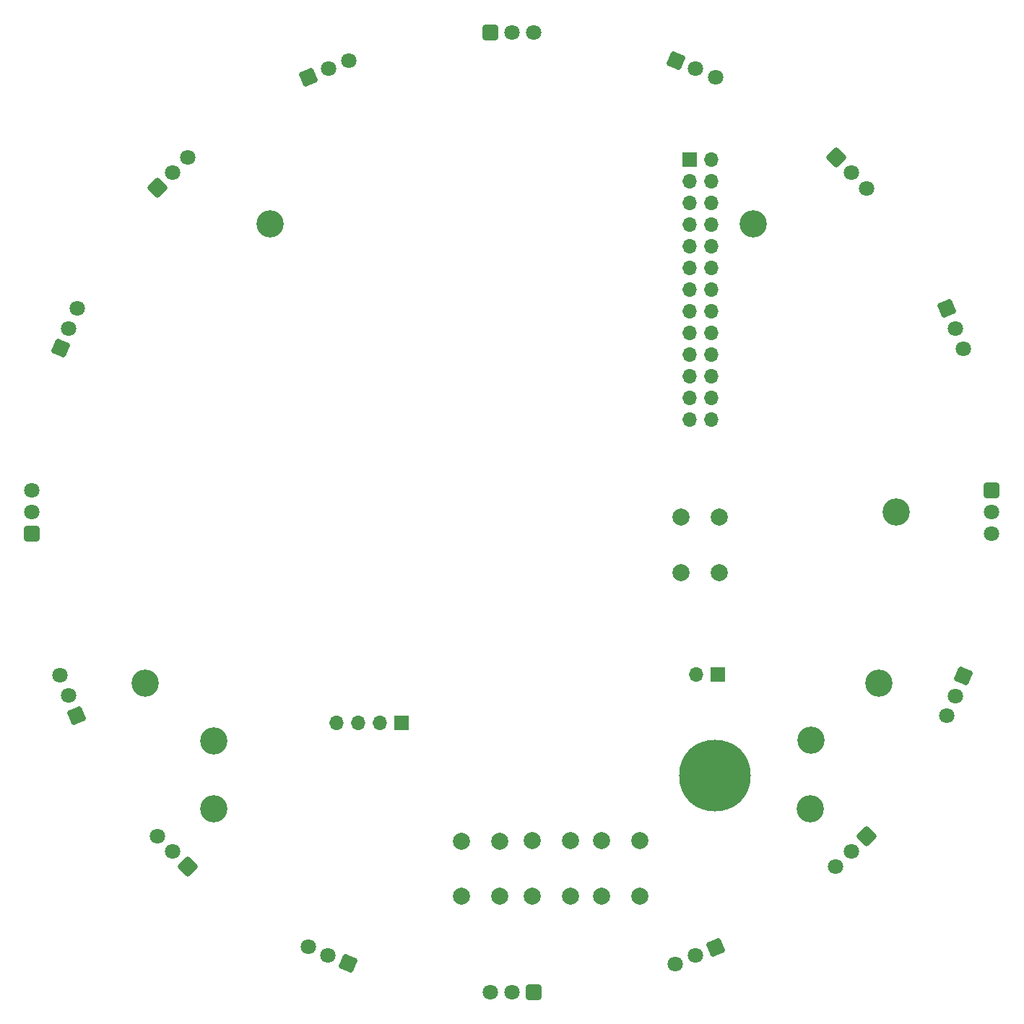
<source format=gbr>
%TF.GenerationSoftware,KiCad,Pcbnew,7.0.9*%
%TF.CreationDate,2024-12-16T17:29:34+09:00*%
%TF.ProjectId,IR_Bored_ESP32,49525f42-6f72-4656-945f-45535033322e,rev?*%
%TF.SameCoordinates,Original*%
%TF.FileFunction,Soldermask,Bot*%
%TF.FilePolarity,Negative*%
%FSLAX46Y46*%
G04 Gerber Fmt 4.6, Leading zero omitted, Abs format (unit mm)*
G04 Created by KiCad (PCBNEW 7.0.9) date 2024-12-16 17:29:34*
%MOMM*%
%LPD*%
G01*
G04 APERTURE LIST*
G04 Aperture macros list*
%AMRoundRect*
0 Rectangle with rounded corners*
0 $1 Rounding radius*
0 $2 $3 $4 $5 $6 $7 $8 $9 X,Y pos of 4 corners*
0 Add a 4 corners polygon primitive as box body*
4,1,4,$2,$3,$4,$5,$6,$7,$8,$9,$2,$3,0*
0 Add four circle primitives for the rounded corners*
1,1,$1+$1,$2,$3*
1,1,$1+$1,$4,$5*
1,1,$1+$1,$6,$7*
1,1,$1+$1,$8,$9*
0 Add four rect primitives between the rounded corners*
20,1,$1+$1,$2,$3,$4,$5,0*
20,1,$1+$1,$4,$5,$6,$7,0*
20,1,$1+$1,$6,$7,$8,$9,0*
20,1,$1+$1,$8,$9,$2,$3,0*%
G04 Aperture macros list end*
%ADD10R,1.700000X1.700000*%
%ADD11O,1.700000X1.700000*%
%ADD12C,3.200000*%
%ADD13C,2.000000*%
%ADD14C,8.400000*%
%ADD15RoundRect,0.250200X-0.849005X0.351669X-0.351669X-0.849005X0.849005X-0.351669X0.351669X0.849005X0*%
%ADD16C,1.800000*%
%ADD17RoundRect,0.250200X0.849005X0.351669X-0.351669X0.849005X-0.849005X-0.351669X0.351669X-0.849005X0*%
%ADD18RoundRect,0.250200X-0.351669X-0.849005X0.849005X-0.351669X0.351669X0.849005X-0.849005X0.351669X0*%
%ADD19RoundRect,0.250200X0.351669X0.849005X-0.849005X0.351669X-0.351669X-0.849005X0.849005X-0.351669X0*%
%ADD20RoundRect,0.250200X-0.649800X-0.649800X0.649800X-0.649800X0.649800X0.649800X-0.649800X0.649800X0*%
%ADD21RoundRect,0.250200X-0.918956X0.000000X0.000000X-0.918956X0.918956X0.000000X0.000000X0.918956X0*%
%ADD22RoundRect,0.250200X0.000000X0.918956X-0.918956X0.000000X0.000000X-0.918956X0.918956X0.000000X0*%
%ADD23RoundRect,0.250200X0.000000X-0.918956X0.918956X0.000000X0.000000X0.918956X-0.918956X0.000000X0*%
%ADD24RoundRect,0.250200X-0.849005X-0.351669X0.351669X-0.849005X0.849005X0.351669X-0.351669X0.849005X0*%
%ADD25RoundRect,0.250200X0.649800X-0.649800X0.649800X0.649800X-0.649800X0.649800X-0.649800X-0.649800X0*%
%ADD26RoundRect,0.250200X-0.649800X0.649800X-0.649800X-0.649800X0.649800X-0.649800X0.649800X0.649800X0*%
%ADD27RoundRect,0.250200X0.849005X-0.351669X0.351669X0.849005X-0.849005X0.351669X-0.351669X-0.849005X0*%
%ADD28RoundRect,0.250200X-0.351669X0.849005X-0.849005X-0.351669X0.351669X-0.849005X0.849005X0.351669X0*%
%ADD29RoundRect,0.250200X0.649800X0.649800X-0.649800X0.649800X-0.649800X-0.649800X0.649800X-0.649800X0*%
%ADD30RoundRect,0.250200X0.351669X-0.849005X0.849005X0.351669X-0.351669X0.849005X-0.849005X-0.351669X0*%
%ADD31RoundRect,0.250200X0.918956X0.000000X0.000000X0.918956X-0.918956X0.000000X0.000000X-0.918956X0*%
G04 APERTURE END LIST*
D10*
%TO.C,J1*%
X176530000Y-110410000D03*
D11*
X173990000Y-110410000D03*
X171450000Y-110410000D03*
X168910000Y-110410000D03*
%TD*%
D12*
%TO.C,REF\u002A\u002A*%
X154535498Y-120412834D03*
%TD*%
%TO.C,REF\u002A\u002A*%
X232550000Y-105720000D03*
%TD*%
D13*
%TO.C,Camera_RST*%
X209280000Y-92770000D03*
X209280000Y-86270000D03*
X213780000Y-92770000D03*
X213780000Y-86270000D03*
%TD*%
D12*
%TO.C,REF\u002A\u002A*%
X146475498Y-105714800D03*
%TD*%
%TO.C,REF\u002A\u002A*%
X217795498Y-51872834D03*
%TD*%
%TO.C,REF\u002A\u002A*%
X224490000Y-120440000D03*
%TD*%
D14*
%TO.C,REF\u002A\u002A*%
X213300000Y-116560000D03*
%TD*%
D13*
%TO.C,SW2*%
X191830000Y-130680000D03*
X191830000Y-124180000D03*
X196330000Y-130680000D03*
X196330000Y-124180000D03*
%TD*%
D10*
%TO.C,SW5*%
X213670000Y-104690000D03*
D11*
X211130000Y-104690000D03*
%TD*%
D12*
%TO.C,REF\u002A\u002A*%
X224530000Y-112410000D03*
%TD*%
D10*
%TO.C,J2*%
X210303800Y-44356600D03*
D11*
X212843800Y-44356600D03*
X210303800Y-46896600D03*
X212843800Y-46896600D03*
X210303800Y-49436600D03*
X212843800Y-49436600D03*
X210303800Y-51976600D03*
X212843800Y-51976600D03*
X210303800Y-54516600D03*
X212843800Y-54516600D03*
X210303800Y-57056600D03*
X212843800Y-57056600D03*
X210303800Y-59596600D03*
X212843800Y-59596600D03*
X210303800Y-62136600D03*
X212843800Y-62136600D03*
X210303800Y-64676600D03*
X212843800Y-64676600D03*
X210303800Y-67216600D03*
X212843800Y-67216600D03*
X210303800Y-69756600D03*
X212843800Y-69756600D03*
X210303800Y-72296600D03*
X212843800Y-72296600D03*
X210303800Y-74836600D03*
X212843800Y-74836600D03*
%TD*%
D12*
%TO.C,REF\u002A\u002A*%
X154505498Y-112490000D03*
%TD*%
%TO.C,REF\u002A\u002A*%
X234500000Y-85660000D03*
%TD*%
D13*
%TO.C,SW1*%
X183600000Y-130720000D03*
X183600000Y-124220000D03*
X188100000Y-130720000D03*
X188100000Y-124220000D03*
%TD*%
%TO.C,SW3*%
X200020000Y-130650000D03*
X200020000Y-124150000D03*
X204520000Y-130650000D03*
X204520000Y-124150000D03*
%TD*%
D12*
%TO.C,REF\u002A\u002A*%
X161140000Y-51860000D03*
%TD*%
D15*
%TO.C,U13*%
X240504024Y-61797671D03*
D16*
X241476040Y-64144325D03*
X242448056Y-66490979D03*
%TD*%
D17*
%TO.C,U7*%
X170288024Y-138598749D03*
D16*
X167941370Y-137626733D03*
X165594716Y-136654717D03*
%TD*%
D18*
%TO.C,U1*%
X165631671Y-34641976D03*
D16*
X167978325Y-33669960D03*
X170324979Y-32697944D03*
%TD*%
D19*
%TO.C,U9*%
X213348329Y-136670024D03*
D16*
X211001675Y-137642040D03*
X208655021Y-138614056D03*
%TD*%
D20*
%TO.C,U17*%
X186970000Y-29395000D03*
D16*
X189510000Y-29395000D03*
X192050000Y-29395000D03*
%TD*%
D21*
%TO.C,U14*%
X227490626Y-44091556D03*
D16*
X229286677Y-45887607D03*
X231082728Y-47683658D03*
%TD*%
D22*
%TO.C,U10*%
X231054444Y-123656625D03*
D16*
X229258393Y-125452676D03*
X227462342Y-127248727D03*
%TD*%
D23*
%TO.C,U2*%
X147925556Y-47655375D03*
D16*
X149721607Y-45859324D03*
X151517658Y-44063273D03*
%TD*%
D24*
%TO.C,U15*%
X208691976Y-32713251D03*
D16*
X211038630Y-33685267D03*
X213385284Y-34657283D03*
%TD*%
D25*
%TO.C,U4*%
X133229000Y-88176000D03*
D16*
X133229000Y-85636000D03*
X133229000Y-83096000D03*
%TD*%
D26*
%TO.C,U12*%
X245751001Y-83136000D03*
D16*
X245751001Y-85676000D03*
X245751001Y-88216000D03*
%TD*%
D27*
%TO.C,U5*%
X138475976Y-109514329D03*
D16*
X137503960Y-107167675D03*
X136531944Y-104821021D03*
%TD*%
D28*
%TO.C,U11*%
X242432749Y-104857976D03*
D16*
X241460733Y-107204630D03*
X240488717Y-109551284D03*
%TD*%
D29*
%TO.C,U8*%
X192010000Y-141917000D03*
D16*
X189470000Y-141917000D03*
X186930000Y-141917000D03*
%TD*%
D30*
%TO.C,U3*%
X136547251Y-66454024D03*
D16*
X137519267Y-64107370D03*
X138491283Y-61760716D03*
%TD*%
D31*
%TO.C,U6*%
X151489375Y-127220444D03*
D16*
X149693324Y-125424393D03*
X147897273Y-123628342D03*
%TD*%
M02*

</source>
